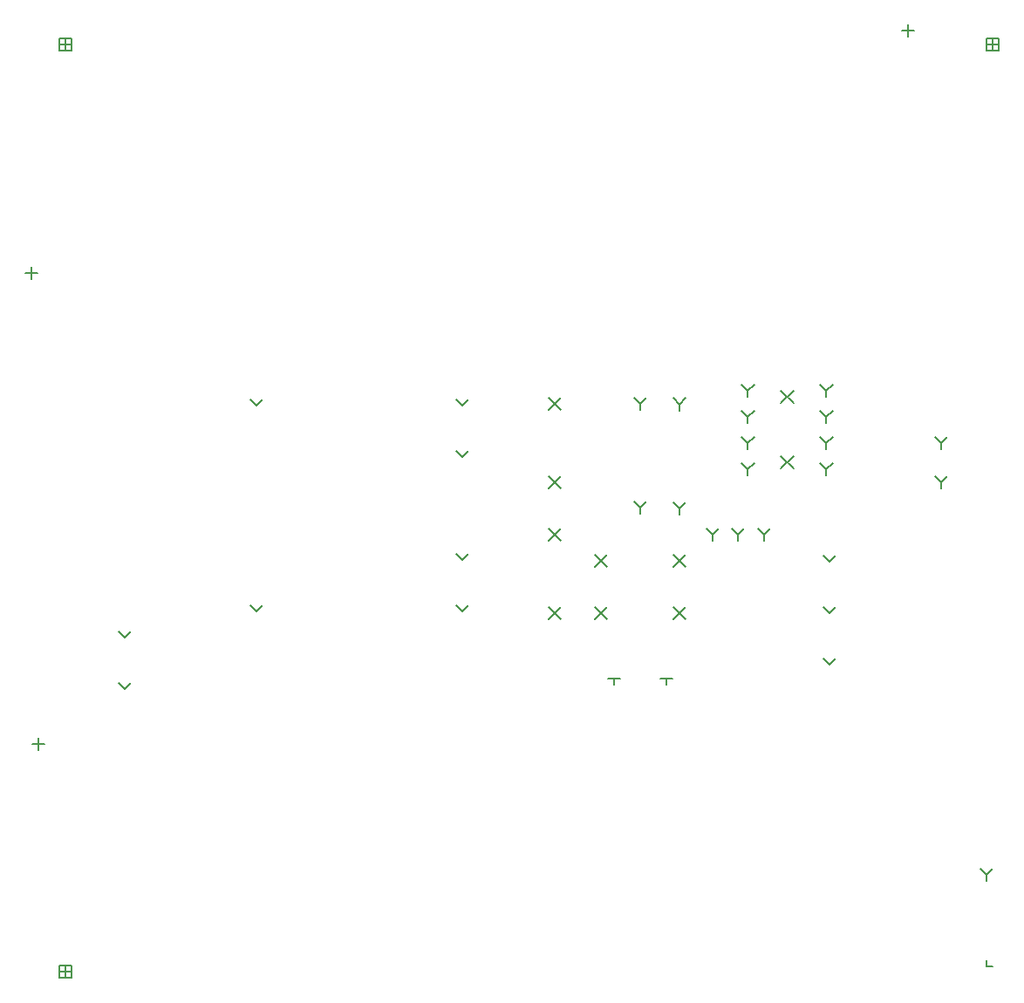
<source format=gbr>
G04 DipTrace 4.3.0.1*
G04 Through.gbr*
%MOMM*%
G04 #@! TF.FileFunction,Plated,1,2,PTH,Drill*
G04 #@! TF.Part,Single*
G04 Drill Symbols*
G04 D=0.25 - Cross*
G04 D=0.55867 - X*
G04 D=0.9 - Y*
G04 D=1 - T*
G04 D=1.2 - V*
G04 D=4.5 - Clock*
G04 D=4.5 - Box_Cross*
%ADD10C,0.2*%
%FSLAX35Y35*%
G04*
G71*
G90*
G75*
G01*
X4445000Y-4385050D2*
D10*
Y-4445000D1*
X4504950D1*
X-2705950Y1059950D2*
X-2646000Y1000000D1*
X-2586050Y1059950D1*
X-2705950Y-940050D2*
X-2646000Y-1000000D1*
X-2586050Y-940050D1*
X-705950Y1059950D2*
X-646000Y1000000D1*
X-586050Y1059950D1*
X-705950Y559950D2*
X-646000Y500000D1*
X-586050Y559950D1*
X-705950Y-440050D2*
X-646000Y-500000D1*
X-586050Y-440050D1*
X-705950Y-940050D2*
X-646000Y-1000000D1*
X-586050Y-940050D1*
X-3980450Y-1193550D2*
X-3920500Y-1253500D1*
X-3860550Y-1193550D1*
X-3980450Y-1693550D2*
X-3920500Y-1753500D1*
X-3860550Y-1693550D1*
X194050Y1075950D2*
X313950Y956050D1*
Y1075950D2*
X194050Y956050D1*
Y313950D2*
X313950Y194050D1*
Y313950D2*
X194050Y194050D1*
Y-194050D2*
X313950Y-313950D1*
Y-194050D2*
X194050Y-313950D1*
Y-956050D2*
X313950Y-1075950D1*
Y-956050D2*
X194050Y-1075950D1*
X638550Y-448050D2*
X758450Y-567950D1*
Y-448050D2*
X638550Y-567950D1*
X1400550Y-448050D2*
X1520450Y-567950D1*
Y-448050D2*
X1400550Y-567950D1*
X638550Y-956050D2*
X758450Y-1075950D1*
Y-956050D2*
X638550Y-1075950D1*
X1400550Y-956050D2*
X1520450Y-1075950D1*
Y-956050D2*
X1400550Y-1075950D1*
X2861050Y-956050D2*
X2921000Y-1016000D1*
X2980950Y-956050D1*
X2861050Y-456050D2*
X2921000Y-516000D1*
X2980950Y-456050D1*
X3940550Y694950D2*
X4000500Y635000D1*
X4060450Y694950D1*
X4000500Y635000D2*
Y575050D1*
X1273550Y-1651000D2*
X1393450D1*
X1333500D2*
Y-1710950D1*
X765550Y-1651000D2*
X885450D1*
X825500D2*
Y-1710950D1*
X3683000Y4695450D2*
Y4575550D1*
X3623050Y4635500D2*
X3742950D1*
X1400550Y59950D2*
X1460500Y0D1*
X1520450Y59950D1*
X1460500Y0D2*
Y-59950D1*
X1400550Y1069950D2*
X1460500Y1010000D1*
X1520450Y1069950D1*
X1460500Y1010000D2*
Y950050D1*
X1019550Y1075950D2*
X1079500Y1016000D1*
X1139450Y1075950D1*
X1079500Y1016000D2*
Y956050D1*
X1019550Y65950D2*
X1079500Y6000D1*
X1139450Y65950D1*
X1079500Y6000D2*
Y-53950D1*
X4385050Y-3496050D2*
X4445000Y-3556000D1*
X4504950Y-3496050D1*
X4445000Y-3556000D2*
Y-3615950D1*
X3940550Y313950D2*
X4000500Y254000D1*
X4060450Y313950D1*
X4000500Y254000D2*
Y194050D1*
X2067300Y1202950D2*
X2127250Y1143000D1*
X2187200Y1202950D1*
X2127250Y1143000D2*
Y1083050D1*
X2067300Y948950D2*
X2127250Y889000D1*
X2187200Y948950D1*
X2127250Y889000D2*
Y829050D1*
X2067300Y694950D2*
X2127250Y635000D1*
X2187200Y694950D1*
X2127250Y635000D2*
Y575050D1*
X2067300Y440950D2*
X2127250Y381000D1*
X2187200Y440950D1*
X2127250Y381000D2*
Y321050D1*
X2829300Y440950D2*
X2889250Y381000D1*
X2949200Y440950D1*
X2889250Y381000D2*
Y321050D1*
X2829300Y694950D2*
X2889250Y635000D1*
X2949200Y694950D1*
X2889250Y635000D2*
Y575050D1*
X2829300Y948950D2*
X2889250Y889000D1*
X2949200Y948950D1*
X2889250Y889000D2*
Y829050D1*
X2829300Y1202950D2*
X2889250Y1143000D1*
X2949200Y1202950D1*
X2889250Y1143000D2*
Y1083050D1*
X2448300Y1139450D2*
X2568200Y1019550D1*
Y1139450D2*
X2448300Y1019550D1*
Y504450D2*
X2568200Y384550D1*
Y504450D2*
X2448300Y384550D1*
X-4826000Y2345950D2*
Y2226050D1*
X-4885950Y2286000D2*
X-4766050D1*
X-4762500Y-2226050D2*
Y-2345950D1*
X-4822450Y-2286000D2*
X-4702550D1*
X1722050Y-194050D2*
X1782000Y-254000D1*
X1841950Y-194050D1*
X1782000Y-254000D2*
Y-313950D1*
X1972050Y-194050D2*
X2032000Y-254000D1*
X2091950Y-194050D1*
X2032000Y-254000D2*
Y-313950D1*
X2222050Y-194050D2*
X2282000Y-254000D1*
X2341950Y-194050D1*
X2282000Y-254000D2*
Y-313950D1*
X2861050Y-1456050D2*
X2921000Y-1516000D1*
X2980950Y-1456050D1*
X4500000Y4559950D2*
Y4440050D1*
X4440050Y4500000D2*
X4559950D1*
X4440050Y4559950D2*
X4559950D1*
Y4440050D1*
X4440050D1*
Y4559950D1*
X-4500000Y-4440050D2*
Y-4559950D1*
X-4559950Y-4500000D2*
X-4440050D1*
X-4559950Y-4440050D2*
X-4440050D1*
Y-4559950D1*
X-4559950D1*
Y-4440050D1*
X-4500000Y4559950D2*
Y4440050D1*
X-4559950Y4500000D2*
X-4440050D1*
X-4559950Y4559950D2*
X-4440050D1*
Y4440050D1*
X-4559950D1*
Y4559950D1*
M02*

</source>
